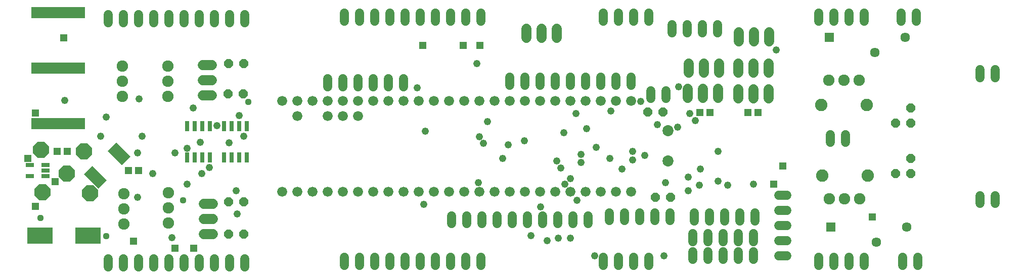
<source format=gbs>
G75*
%MOIN*%
%OFA0B0*%
%FSLAX25Y25*%
%IPPOS*%
%LPD*%
%AMOC8*
5,1,8,0,0,1.08239X$1,22.5*
%
%ADD10OC8,0.06000*%
%ADD11C,0.06800*%
%ADD12OC8,0.10800*%
%ADD13C,0.06600*%
%ADD14C,0.07550*%
%ADD15R,0.02900X0.07100*%
%ADD16C,0.07300*%
%ADD17C,0.06000*%
%ADD18R,0.16548X0.10643*%
%ADD19R,0.35800X0.07800*%
%ADD20R,0.06343X0.06343*%
%ADD21C,0.06343*%
%ADD22C,0.08200*%
%ADD23R,0.04737X0.05131*%
%ADD24R,0.07887X0.13398*%
%ADD25R,0.05524X0.03162*%
%ADD26C,0.04762*%
%ADD27R,0.04762X0.04762*%
%ADD28C,0.04369*%
D10*
X0251967Y0149681D03*
X0261967Y0149681D03*
X0261967Y0171020D03*
X0251967Y0171020D03*
X0251573Y0242634D03*
X0261573Y0242634D03*
X0261967Y0262594D03*
X0251967Y0262594D03*
X0528089Y0230665D03*
X0538089Y0230665D03*
X0533148Y0174209D03*
X0543148Y0174209D03*
X0691396Y0189799D03*
X0701396Y0189799D03*
X0701396Y0199799D03*
X0701396Y0223264D03*
X0691396Y0223264D03*
X0701396Y0233264D03*
D11*
X0607974Y0239366D02*
X0607974Y0245366D01*
X0597974Y0245366D02*
X0597974Y0239366D01*
X0587974Y0239366D02*
X0587974Y0245366D01*
X0574510Y0245681D02*
X0574510Y0239681D01*
X0564510Y0239681D02*
X0564510Y0245681D01*
X0554510Y0245681D02*
X0554510Y0239681D01*
X0555297Y0256374D02*
X0555297Y0262374D01*
X0565297Y0262374D02*
X0565297Y0256374D01*
X0575297Y0256374D02*
X0575297Y0262374D01*
X0587974Y0262453D02*
X0587974Y0256453D01*
X0597974Y0256453D02*
X0597974Y0262453D01*
X0607974Y0262453D02*
X0607974Y0256453D01*
X0608100Y0277335D02*
X0608100Y0283335D01*
X0598100Y0283335D02*
X0598100Y0277335D01*
X0588100Y0277335D02*
X0588100Y0283335D01*
X0468112Y0285382D02*
X0468112Y0279382D01*
X0458112Y0279382D02*
X0458112Y0285382D01*
X0448112Y0285382D02*
X0448112Y0279382D01*
X0240793Y0261650D02*
X0234793Y0261650D01*
X0234793Y0251650D02*
X0240793Y0251650D01*
X0240793Y0241650D02*
X0234793Y0241650D01*
X0235581Y0169988D02*
X0241581Y0169988D01*
X0241581Y0159988D02*
X0235581Y0159988D01*
X0235581Y0149988D02*
X0241581Y0149988D01*
D12*
X0160510Y0176807D03*
X0145116Y0189878D03*
X0129014Y0177516D03*
X0128069Y0205665D03*
X0156415Y0204484D03*
D13*
X0287100Y0177862D03*
X0297100Y0177862D03*
X0307100Y0177862D03*
X0317100Y0177862D03*
X0327100Y0177862D03*
X0337100Y0177862D03*
X0347100Y0177862D03*
X0357100Y0177862D03*
X0367100Y0177862D03*
X0377100Y0177862D03*
X0387100Y0177862D03*
X0397100Y0177862D03*
X0407100Y0177862D03*
X0417100Y0177862D03*
X0427100Y0177862D03*
X0437100Y0177862D03*
X0447100Y0177862D03*
X0457100Y0177862D03*
X0467100Y0177862D03*
X0477100Y0177862D03*
X0487100Y0177862D03*
X0497100Y0177862D03*
X0507100Y0177862D03*
X0517100Y0177862D03*
X0517100Y0237862D03*
X0507100Y0237862D03*
X0497100Y0237862D03*
X0487100Y0237862D03*
X0477100Y0237862D03*
X0467100Y0237862D03*
X0457100Y0237862D03*
X0447100Y0237862D03*
X0437100Y0237862D03*
X0427100Y0237862D03*
X0417100Y0237862D03*
X0407100Y0237862D03*
X0397100Y0237862D03*
X0387100Y0237862D03*
X0377100Y0237862D03*
X0367100Y0237862D03*
X0357100Y0237862D03*
X0347100Y0237862D03*
X0337100Y0237862D03*
X0327100Y0237862D03*
X0317100Y0237862D03*
X0307100Y0237862D03*
X0297100Y0237862D03*
X0287100Y0237862D03*
X0297100Y0227862D03*
X0317100Y0227862D03*
X0327100Y0227862D03*
X0337100Y0227862D03*
D14*
X0211793Y0240941D03*
X0211793Y0250941D03*
X0211793Y0260941D03*
X0181998Y0260862D03*
X0181998Y0250862D03*
X0181998Y0240862D03*
X0182675Y0176650D03*
X0182675Y0166650D03*
X0182675Y0156650D03*
X0212085Y0157043D03*
X0212085Y0167043D03*
X0212085Y0177043D03*
X0647852Y0173146D03*
X0657852Y0173146D03*
X0667852Y0173146D03*
X0667360Y0251394D03*
X0657360Y0251394D03*
X0647360Y0251394D03*
D15*
X0263955Y0221312D03*
X0258955Y0221312D03*
X0253955Y0221312D03*
X0248955Y0221312D03*
X0239545Y0221312D03*
X0234545Y0221312D03*
X0229545Y0221312D03*
X0224545Y0221312D03*
X0224545Y0200412D03*
X0229545Y0200412D03*
X0234545Y0200412D03*
X0239545Y0200412D03*
X0248955Y0200412D03*
X0253955Y0200412D03*
X0258955Y0200412D03*
X0263955Y0200412D03*
D16*
X0541435Y0198185D03*
X0541435Y0218185D03*
D17*
X0172557Y0133423D02*
X0172557Y0128223D01*
X0182557Y0128223D02*
X0182557Y0133423D01*
X0192557Y0133423D02*
X0192557Y0128223D01*
X0202557Y0128223D02*
X0202557Y0133423D01*
X0212557Y0133423D02*
X0212557Y0128223D01*
X0222557Y0128223D02*
X0222557Y0133423D01*
X0232557Y0133423D02*
X0232557Y0128223D01*
X0242557Y0128223D02*
X0242557Y0133423D01*
X0252557Y0133423D02*
X0252557Y0128223D01*
X0262557Y0128223D02*
X0262557Y0133423D01*
X0328069Y0134407D02*
X0328069Y0129207D01*
X0338069Y0129207D02*
X0338069Y0134407D01*
X0348069Y0134407D02*
X0348069Y0129207D01*
X0358069Y0129207D02*
X0358069Y0134407D01*
X0368069Y0134407D02*
X0368069Y0129207D01*
X0378069Y0129207D02*
X0378069Y0134407D01*
X0388069Y0134407D02*
X0388069Y0129207D01*
X0398069Y0129207D02*
X0398069Y0134407D01*
X0408069Y0134407D02*
X0408069Y0129207D01*
X0418069Y0129207D02*
X0418069Y0134407D01*
X0418935Y0156766D02*
X0418935Y0161966D01*
X0408935Y0161966D02*
X0408935Y0156766D01*
X0398935Y0156766D02*
X0398935Y0161966D01*
X0428935Y0161966D02*
X0428935Y0156766D01*
X0438935Y0156766D02*
X0438935Y0161966D01*
X0448935Y0161966D02*
X0448935Y0156766D01*
X0458935Y0156766D02*
X0458935Y0161966D01*
X0468935Y0161966D02*
X0468935Y0156766D01*
X0478935Y0156766D02*
X0478935Y0161966D01*
X0488935Y0161966D02*
X0488935Y0156766D01*
X0502872Y0158790D02*
X0502872Y0163990D01*
X0512872Y0163990D02*
X0512872Y0158790D01*
X0522872Y0158790D02*
X0522872Y0163990D01*
X0532872Y0163990D02*
X0532872Y0158790D01*
X0542872Y0158790D02*
X0542872Y0163990D01*
X0558667Y0163738D02*
X0558667Y0158538D01*
X0568667Y0158538D02*
X0568667Y0163738D01*
X0578667Y0163738D02*
X0578667Y0158538D01*
X0588667Y0158538D02*
X0588667Y0163738D01*
X0598667Y0163738D02*
X0598667Y0158538D01*
X0614563Y0155429D02*
X0619763Y0155429D01*
X0619763Y0145429D02*
X0614563Y0145429D01*
X0597793Y0144955D02*
X0597793Y0150155D01*
X0587793Y0150155D02*
X0587793Y0144955D01*
X0577793Y0144955D02*
X0577793Y0150155D01*
X0567793Y0150155D02*
X0567793Y0144955D01*
X0557793Y0144955D02*
X0557793Y0150155D01*
X0557793Y0138344D02*
X0557793Y0133144D01*
X0567793Y0133144D02*
X0567793Y0138344D01*
X0577793Y0138344D02*
X0577793Y0133144D01*
X0587793Y0133144D02*
X0587793Y0138344D01*
X0597793Y0138344D02*
X0597793Y0133144D01*
X0614563Y0135429D02*
X0619763Y0135429D01*
X0640963Y0134407D02*
X0640963Y0129207D01*
X0650963Y0129207D02*
X0650963Y0134407D01*
X0660963Y0134407D02*
X0660963Y0129207D01*
X0670963Y0129207D02*
X0670963Y0134407D01*
X0696081Y0134407D02*
X0696081Y0129207D01*
X0706081Y0129207D02*
X0706081Y0134407D01*
X0747262Y0170054D02*
X0747262Y0175254D01*
X0757262Y0175254D02*
X0757262Y0170054D01*
X0658344Y0210408D02*
X0658344Y0215608D01*
X0648344Y0215608D02*
X0648344Y0210408D01*
X0619763Y0175429D02*
X0614563Y0175429D01*
X0614563Y0165429D02*
X0619763Y0165429D01*
X0528738Y0134407D02*
X0528738Y0129207D01*
X0518738Y0129207D02*
X0518738Y0134407D01*
X0508738Y0134407D02*
X0508738Y0129207D01*
X0498738Y0129207D02*
X0498738Y0134407D01*
X0530234Y0239443D02*
X0530234Y0244643D01*
X0540234Y0244643D02*
X0540234Y0239443D01*
X0517203Y0248302D02*
X0517203Y0253502D01*
X0507203Y0253502D02*
X0507203Y0248302D01*
X0497203Y0248302D02*
X0497203Y0253502D01*
X0487203Y0253502D02*
X0487203Y0248302D01*
X0477203Y0248302D02*
X0477203Y0253502D01*
X0467203Y0253502D02*
X0467203Y0248302D01*
X0457203Y0248302D02*
X0457203Y0253502D01*
X0447203Y0253502D02*
X0447203Y0248302D01*
X0437203Y0248302D02*
X0437203Y0253502D01*
X0367065Y0252517D02*
X0367065Y0247317D01*
X0357065Y0247317D02*
X0357065Y0252517D01*
X0347065Y0252517D02*
X0347065Y0247317D01*
X0337065Y0247317D02*
X0337065Y0252517D01*
X0327065Y0252517D02*
X0327065Y0247317D01*
X0317065Y0247317D02*
X0317065Y0252517D01*
X0328069Y0290624D02*
X0328069Y0295824D01*
X0338069Y0295824D02*
X0338069Y0290624D01*
X0348069Y0290624D02*
X0348069Y0295824D01*
X0358069Y0295824D02*
X0358069Y0290624D01*
X0368069Y0290624D02*
X0368069Y0295824D01*
X0378069Y0295824D02*
X0378069Y0290624D01*
X0388069Y0290624D02*
X0388069Y0295824D01*
X0398069Y0295824D02*
X0398069Y0290624D01*
X0408069Y0290624D02*
X0408069Y0295824D01*
X0418069Y0295824D02*
X0418069Y0290624D01*
X0498738Y0290624D02*
X0498738Y0295824D01*
X0508738Y0295824D02*
X0508738Y0290624D01*
X0518738Y0290624D02*
X0518738Y0295824D01*
X0528738Y0295824D02*
X0528738Y0290624D01*
X0544211Y0288210D02*
X0544211Y0283010D01*
X0554211Y0283010D02*
X0554211Y0288210D01*
X0564211Y0288210D02*
X0564211Y0283010D01*
X0574211Y0283010D02*
X0574211Y0288210D01*
X0640963Y0290624D02*
X0640963Y0295824D01*
X0650963Y0295824D02*
X0650963Y0290624D01*
X0660963Y0290624D02*
X0660963Y0295824D01*
X0670963Y0295824D02*
X0670963Y0290624D01*
X0695077Y0290624D02*
X0695077Y0295824D01*
X0705077Y0295824D02*
X0705077Y0290624D01*
X0747242Y0258423D02*
X0747242Y0253223D01*
X0757242Y0253223D02*
X0757242Y0258423D01*
X0262557Y0289640D02*
X0262557Y0294840D01*
X0252557Y0294840D02*
X0252557Y0289640D01*
X0242557Y0289640D02*
X0242557Y0294840D01*
X0232557Y0294840D02*
X0232557Y0289640D01*
X0222557Y0289640D02*
X0222557Y0294840D01*
X0212557Y0294840D02*
X0212557Y0289640D01*
X0202557Y0289640D02*
X0202557Y0294840D01*
X0192557Y0294840D02*
X0192557Y0289640D01*
X0182557Y0289640D02*
X0182557Y0294840D01*
X0172557Y0294840D02*
X0172557Y0289640D01*
D18*
X0159156Y0148933D03*
X0127659Y0148933D03*
D19*
X0139439Y0222988D03*
X0139439Y0259602D03*
X0139439Y0296295D03*
D20*
X0647872Y0279858D03*
X0648856Y0154366D03*
D21*
X0678856Y0144366D03*
X0698856Y0154366D03*
X0677872Y0269858D03*
X0697872Y0279858D03*
D22*
X0672518Y0235154D03*
X0642518Y0235154D03*
X0643010Y0188402D03*
X0673010Y0188402D03*
D23*
X0600825Y0230232D03*
X0594132Y0230232D03*
X0569329Y0230232D03*
X0562636Y0230232D03*
X0192360Y0191846D03*
X0185667Y0191846D03*
X0145608Y0204642D03*
X0138915Y0204642D03*
D24*
G36*
X0156546Y0189392D02*
X0162123Y0194969D01*
X0171596Y0185496D01*
X0166019Y0179919D01*
X0156546Y0189392D01*
G37*
G36*
X0172136Y0204982D02*
X0177713Y0210559D01*
X0187186Y0201086D01*
X0181609Y0195509D01*
X0172136Y0204982D01*
G37*
D25*
X0131163Y0195587D03*
X0131163Y0191846D03*
X0131163Y0188106D03*
X0120880Y0188106D03*
X0120880Y0195587D03*
D26*
X0167360Y0214484D03*
X0191967Y0203657D03*
X0194919Y0214484D03*
X0216573Y0203657D03*
X0224447Y0206610D03*
X0233305Y0210547D03*
X0252006Y0210055D03*
X0261848Y0214484D03*
X0244132Y0221374D03*
X0258896Y0228264D03*
X0228384Y0233185D03*
X0192951Y0239091D03*
X0171297Y0227280D03*
X0143738Y0238106D03*
X0239211Y0193815D03*
X0234289Y0189878D03*
X0224447Y0182988D03*
X0201809Y0189878D03*
X0191967Y0174130D03*
X0214604Y0147555D03*
X0257419Y0163303D03*
X0256927Y0178559D03*
X0380632Y0169512D03*
X0416380Y0183811D03*
X0432467Y0199898D03*
X0436041Y0208835D03*
X0446766Y0211516D03*
X0472683Y0216878D03*
X0487876Y0219559D03*
X0480726Y0229390D03*
X0503963Y0231177D03*
X0523624Y0237433D03*
X0548648Y0247264D03*
X0555797Y0229390D03*
X0559372Y0224921D03*
X0547754Y0220453D03*
X0534348Y0222240D03*
X0518262Y0204366D03*
X0526305Y0201685D03*
X0518262Y0199004D03*
X0511112Y0192748D03*
X0503069Y0199898D03*
X0494132Y0207047D03*
X0484301Y0202579D03*
X0484301Y0197217D03*
X0470896Y0193642D03*
X0468215Y0198110D03*
X0477152Y0186492D03*
X0473577Y0182917D03*
X0481620Y0172193D03*
X0457490Y0167724D03*
X0451234Y0148957D03*
X0461959Y0145382D03*
X0469108Y0147169D03*
X0477152Y0147169D03*
X0493238Y0135551D03*
X0538817Y0135551D03*
X0554904Y0178449D03*
X0562053Y0182024D03*
X0574565Y0184705D03*
X0580821Y0182024D03*
X0597801Y0182917D03*
X0562947Y0192748D03*
X0554904Y0187386D03*
X0539711Y0183811D03*
X0574565Y0204366D03*
X0612994Y0271394D03*
X0422636Y0224028D03*
X0417274Y0214197D03*
X0419955Y0209728D03*
X0381526Y0217772D03*
X0376163Y0246370D03*
X0415486Y0262457D03*
D27*
X0417360Y0274524D03*
X0406533Y0274524D03*
X0379959Y0274524D03*
X0611258Y0182988D03*
X0617163Y0194799D03*
X0676219Y0161335D03*
X0228876Y0140665D03*
X0216573Y0140665D03*
X0189014Y0145094D03*
X0124545Y0168224D03*
X0137341Y0184465D03*
X0119624Y0199720D03*
X0124545Y0229740D03*
X0143246Y0279445D03*
D28*
X0264801Y0237122D03*
X0221986Y0172161D03*
X0171297Y0148539D03*
X0127990Y0160350D03*
M02*

</source>
